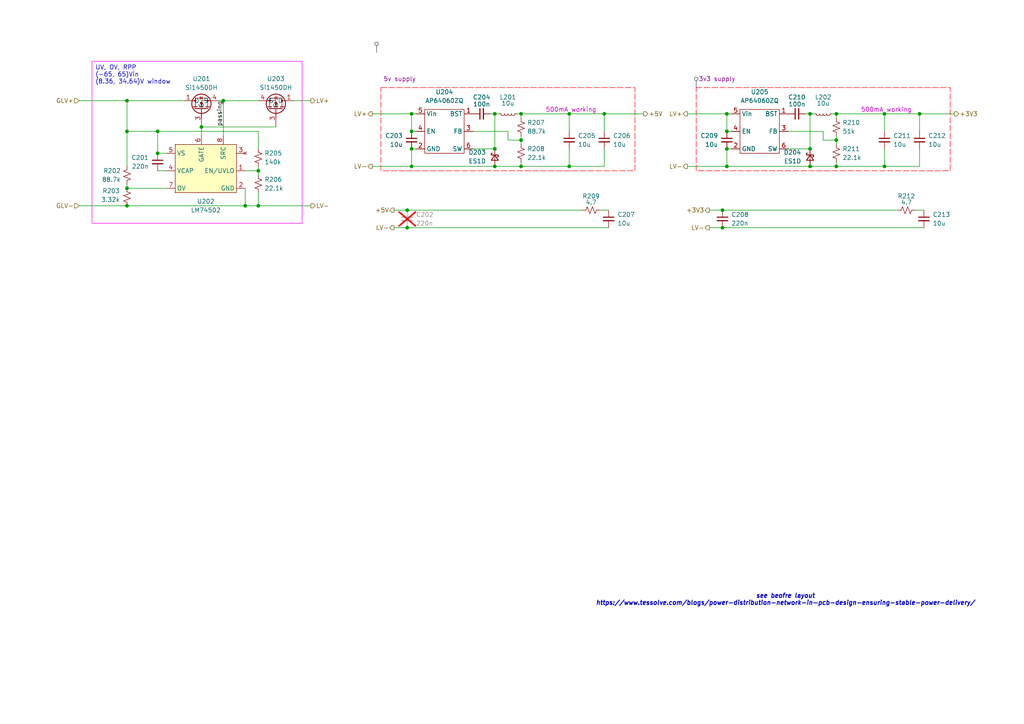
<source format=kicad_sch>
(kicad_sch (version 20250114) (generator "eeschema") (generator_version "9.0")
  (paper "A4")
  (title_block (title "BeeMS Master Board (A)") (rev "1.1") (company "UTA Racing") (comment 1 "Files at github.com/Gregification/BeeMS"))
  (lib_symbols
    (symbol "AP64060ZQ_1"
      (property "Reference" "U" (at 0.254 6.096 0))
      (property "Value" "AP64060ZQ" (at 0.508 3.81 0))
      (symbol "AP64060ZQ_1_0_1"
        (rectangle (start -5.08 2.54) (end 6.35 -10.16))
      )
      (symbol "AP64060ZQ_1_1_1"
        (pin input line (at -7.62 1.27 0) (length 2.54) (name "Vin") (number "5"))
        (pin input line (at -7.62 -3.81 0) (length 2.54) (name "EN") (number "4"))
        (pin input line (at -7.62 -8.89 0) (length 2.54) (name "GND") (number "2"))
        (pin input line (at 8.89 1.27 180) (length 2.54) (name "BST") (number "1"))
        (pin input line (at 8.89 -3.81 180) (length 2.54) (name "FB") (number "3"))
        (pin input line (at 8.89 -8.89 180) (length 2.54) (name "SW") (number "6"))
      )
    )
    (symbol "Device:C_Small" (pin_numbers (hide yes)) (pin_names (offset 0.254) (hide yes))
      (property "Reference" "C" (at 0.254 1.778 0))
      (property "Value" "C_Small" (at 0.254 -2.032 0))
      (symbol "C_Small_0_1"
        (polyline (pts (xy -1.524 0.508) (xy 1.524 0.508)) (stroke (width 0.3048)))
        (polyline (pts (xy -1.524 -0.508) (xy 1.524 -0.508)) (stroke (width 0.3302)))
      )
      (symbol "C_Small_1_1"
        (pin passive line (at 0 2.54 270) (length 2.032) (name "~") (number "1"))
        (pin passive line (at 0 -2.54 90) (length 2.032) (name "~") (number "2"))
      )
    )
    (symbol "Device:D_Schottky_Small" (pin_numbers (hide yes)) (pin_names (offset 0.254) (hide yes))
      (property "Reference" "D" (at -1.27 2.032 0))
      (property "Value" "D_Schottky_Small" (at -7.112 -2.032 0))
      (symbol "D_Schottky_Small_0_1"
        (polyline (pts (xy -1.27 0.762) (xy -1.27 1.016) (xy -0.762 1.016) (xy -0.762 -1.016) (xy -0.254 -1.016) (xy -0.254 -0.762)) (stroke (width 0.254)))
        (polyline (pts (xy -0.762 0) (xy 0.762 0)))
        (polyline (pts (xy 0.762 -1.016) (xy -0.762 0) (xy 0.762 1.016) (xy 0.762 -1.016)) (stroke (width 0.254)))
      )
      (symbol "D_Schottky_Small_1_1"
        (pin passive line (at -2.54 0 0) (length 1.778) (name "K") (number "1"))
        (pin passive line (at 2.54 0 180) (length 1.778) (name "A") (number "2"))
      )
    )
    (symbol "Device:L_Small" (pin_numbers (hide yes)) (pin_names (offset 0.254) (hide yes))
      (property "Reference" "L" (at 0.762 1.016 0))
      (property "Value" "L_Small" (at 0.762 -1.016 0))
      (symbol "L_Small_0_1"
        (arc (start 0 2.032) (mid 0.5058 1.524) (end 0 1.016))
        (arc (start 0 1.016) (mid 0.5058 0.508) (end 0 0))
        (arc (start 0 0) (mid 0.5058 -0.508) (end 0 -1.016))
        (arc (start 0 -1.016) (mid 0.5058 -1.524) (end 0 -2.032))
      )
      (symbol "L_Small_1_1"
        (pin passive line (at 0 2.54 270) (length 0.508) (name "~") (number "1"))
        (pin passive line (at 0 -2.54 90) (length 0.508) (name "~") (number "2"))
      )
    )
    (symbol "Device:R_Small_US" (pin_numbers (hide yes)) (pin_names (offset 0.254) (hide yes))
      (property "Reference" "R" (at 0.762 0.508 0))
      (property "Value" "R_Small_US" (at 0.762 -1.016 0))
      (symbol "R_Small_US_1_1"
        (polyline (pts (xy 0 1.524) (xy 1.016 1.143) (xy 0 0.762) (xy -1.016 0.381) (xy 0 0)))
        (polyline (pts (xy 0 0) (xy 1.016 -0.381) (xy 0 -0.762) (xy -1.016 -1.143) (xy 0 -1.524)))
        (pin passive line (at 0 2.54 270) (length 1.016) (name "~") (number "1"))
        (pin passive line (at 0 -2.54 90) (length 1.016) (name "~") (number "2"))
      )
    )
    (symbol "zzLocalLibrary:LM74502"
      (property "Reference" "U" (at 0 -7.366 0))
      (property "Value" "LM74502" (at 0 -2.794 0))
      (symbol "LM74502_1_1"
        (rectangle (start -8.89 7.62) (end 8.89 -6.35) (fill (type background)))
        (pin input line (at -11.43 5.08 0) (length 2.54) (name "VS") (number "5"))
        (pin input line (at -11.43 0 0) (length 2.54) (name "VCAP") (number "4"))
        (pin input line (at -11.43 -5.08 0) (length 2.54) (name "OV") (number "7"))
        (pin input line (at -1.27 10.16 270) (length 2.54) (name "GATE") (number "6"))
        (pin input line (at 5.08 10.16 270) (length 2.54) (name "SRC") (number "8"))
        (pin no_connect line (at 11.43 5.08 180) (length 2.54) (name "") (number "3"))
        (pin input line (at 11.43 0 180) (length 2.54) (name "EN/UVLO") (number "1"))
        (pin input line (at 11.43 -5.08 180) (length 2.54) (name "GND") (number "2"))
      )
    )
    (symbol "zzLocalLibrary:Si1480DH"
      (property "Reference" "U" (at 0 0 0))
      (property "Value" "Si1450DH" (at 0 0 0))
      (symbol "Si1480DH_0_1"
        (polyline (pts (xy -2.54 -3.81) (xy -1.778 -3.81)))
        (polyline (pts (xy -2.286 -5.588) (xy -1.27 -5.588)) (stroke (width 0.254)))
        (polyline (pts (xy -1.905 -6.096) (xy 1.905 -6.096)) (stroke (width 0.254)))
        (circle (center -1.778 -3.81) (radius 0.254) (fill (type outline)))
        (polyline (pts (xy -0.508 -3.556) (xy -0.381 -3.429) (xy -0.381 -2.667) (xy -0.254 -2.54)))
        (polyline (pts (xy -0.508 -5.588) (xy 0.508 -5.588)) (stroke (width 0.254)))
        (polyline (pts (xy -0.381 -3.048) (xy 0.254 -3.429) (xy 0.254 -2.667) (xy -0.381 -3.048)))
        (circle (center 0 -4.699) (radius 2.794) (stroke (width 0.254)))
        (polyline (pts (xy 0 -5.334) (xy -0.381 -4.318) (xy 0.381 -4.318) (xy 0 -5.334)) (fill (type outline)))
        (polyline (pts (xy 0 -6.096) (xy 0 -8.89)))
        (polyline (pts (xy 1.27 -5.588) (xy 2.286 -5.588)) (stroke (width 0.254)))
        (circle (center 1.778 -3.81) (radius 0.254) (fill (type outline)))
        (polyline (pts (xy 1.778 -5.588) (xy 1.778 -3.048) (xy -1.778 -3.048) (xy -1.778 -5.588)))
        (polyline (pts (xy 2.54 -3.81) (xy 0 -3.81) (xy 0 -5.588)))
      )
      (symbol "Si1480DH_1_1"
        (pin passive line (at -5.08 -3.81 0) (length 2.54) (name "D") (number "1"))
        (pin passive line (at -5.08 -3.81 0) (length 2.54) (hide yes) (name "D") (number "2"))
        (pin passive line (at -5.08 -3.81 0) (length 2.54) (hide yes) (name "D") (number "5"))
        (pin passive line (at -5.08 -3.81 0) (length 2.54) (hide yes) (name "D") (number "6"))
        (pin input line (at 0 -11.43 90) (length 5.08) (name "G") (number "3"))
        (pin passive line (at 5.08 -3.81 180) (length 2.54) (name "S") (number "4"))
      )
    )
  )
  (text "see beofre layout\nhttps://www.tessolve.com/blogs/power-distribution-network-in-pcb-design-ensuring-stable-power-delivery/" (at 227.838 173.99 0) (effects (font (size 1.27 1.27) (thickness 0.254) (bold yes) (italic yes))))
  (text "500mA working" (at 158.242 31.242 0) (effects (font (size 1.27 1.27)) (justify left top)))
  (text "500mA working" (at 249.682 31.242 0) (effects (font (size 1.27 1.27)) (justify left top)))
  (text_box "UV, OV, RPP\n(-65, 65)Vin\n(8.36, 34.64)V window" (at 26.67 17.78 0) (size 60.96 46.99) (margins 0.9525 0.9525 0.9525 0.9525) (stroke (width 0) (color 255 0 255 1)) (effects (font (size 1.27 1.27)) (justify left top)))
  (junction (at 58.42 36.83))
  (junction (at 143.51 43.18))
  (junction (at 45.72 44.45))
  (junction (at 119.38 38.1))
  (junction (at 143.51 33.02))
  (junction (at 151.13 48.26))
  (junction (at 242.57 40.64))
  (junction (at 234.95 43.18))
  (junction (at 143.51 48.26))
  (junction (at 210.82 48.26))
  (junction (at 266.7 33.02))
  (junction (at 242.57 33.02))
  (junction (at 256.54 48.26))
  (junction (at 36.83 54.61))
  (junction (at 36.83 38.1))
  (junction (at 36.83 59.69))
  (junction (at 210.82 38.1))
  (junction (at 210.82 43.18))
  (junction (at 118.11 66.04))
  (junction (at 119.38 33.02))
  (junction (at 119.38 43.18))
  (junction (at 151.13 40.64))
  (junction (at 165.1 48.26))
  (junction (at 175.26 33.02))
  (junction (at 210.82 33.02))
  (junction (at 256.54 33.02))
  (junction (at 242.57 48.26))
  (junction (at 165.1 33.02))
  (junction (at 234.95 48.26))
  (junction (at 71.12 59.69))
  (junction (at 74.93 59.69))
  (junction (at 151.13 33.02))
  (junction (at 45.72 38.1))
  (junction (at 119.38 48.26))
  (junction (at 209.55 60.96))
  (junction (at 74.93 49.53))
  (junction (at 36.83 29.21))
  (junction (at 118.11 60.96))
  (junction (at 209.55 66.04))
  (junction (at 234.95 33.02))
  (junction (at 64.77 29.21))
  (wire (pts (xy 22.86 59.69) (xy 36.83 59.69)))
  (wire (pts (xy 175.26 43.18) (xy 175.26 48.26)))
  (wire (pts (xy 74.93 49.53) (xy 74.93 50.8)))
  (wire (pts (xy 205.74 66.04) (xy 209.55 66.04)))
  (wire (pts (xy 58.42 36.83) (xy 58.42 39.37)))
  (wire (pts (xy 118.11 66.04) (xy 176.53 66.04)))
  (wire (pts (xy 205.74 60.96) (xy 209.55 60.96)))
  (wire (pts (xy 107.95 33.02) (xy 119.38 33.02)))
  (wire (pts (xy 114.3 60.96) (xy 118.11 60.96)))
  (wire (pts (xy 199.39 33.02) (xy 210.82 33.02)))
  (wire (pts (xy 63.5 29.21) (xy 64.77 29.21)))
  (wire (pts (xy 242.57 34.29) (xy 242.57 33.02)))
  (wire (pts (xy 119.38 33.02) (xy 120.65 33.02)))
  (wire (pts (xy 74.93 59.69) (xy 90.17 59.69)))
  (wire (pts (xy 234.95 33.02) (xy 236.22 33.02)))
  (wire (pts (xy 266.7 43.18) (xy 266.7 48.26)))
  (wire (pts (xy 119.38 48.26) (xy 143.51 48.26)))
  (wire (pts (xy 228.6 43.18) (xy 234.95 43.18)))
  (wire (pts (xy 45.72 38.1) (xy 45.72 44.45)))
  (wire (pts (xy 151.13 34.29) (xy 151.13 33.02)))
  (wire (pts (xy 242.57 33.02) (xy 256.54 33.02)))
  (wire (pts (xy 173.99 60.96) (xy 176.53 60.96)))
  (wire (pts (xy 256.54 33.02) (xy 266.7 33.02)))
  (wire (pts (xy 120.65 38.1) (xy 119.38 38.1)))
  (wire (pts (xy 151.13 46.99) (xy 151.13 48.26)))
  (wire (pts (xy 107.95 48.26) (xy 119.38 48.26)))
  (wire (pts (xy 151.13 33.02) (xy 165.1 33.02)))
  (wire (pts (xy 147.32 40.64) (xy 151.13 40.64)))
  (wire (pts (xy 36.83 59.69) (xy 71.12 59.69)))
  (wire (pts (xy 149.86 33.02) (xy 151.13 33.02)))
  (wire (pts (xy 71.12 49.53) (xy 74.93 49.53)))
  (wire (pts (xy 151.13 40.64) (xy 151.13 41.91)))
  (wire (pts (xy 143.51 33.02) (xy 142.24 33.02)))
  (wire (pts (xy 58.42 36.83) (xy 80.01 36.83)))
  (wire (pts (xy 165.1 48.26) (xy 165.1 43.18)))
  (wire (pts (xy 85.09 29.21) (xy 90.17 29.21)))
  (wire (pts (xy 266.7 33.02) (xy 266.7 38.1)))
  (wire (pts (xy 234.95 33.02) (xy 233.68 33.02)))
  (wire (pts (xy 45.72 38.1) (xy 36.83 38.1)))
  (wire (pts (xy 256.54 33.02) (xy 256.54 38.1)))
  (wire (pts (xy 209.55 60.96) (xy 260.35 60.96)))
  (wire (pts (xy 165.1 33.02) (xy 165.1 38.1)))
  (wire (pts (xy 71.12 59.69) (xy 71.12 54.61)))
  (wire (pts (xy 22.86 29.21) (xy 36.83 29.21)))
  (wire (pts (xy 36.83 53.34) (xy 36.83 54.61)))
  (wire (pts (xy 256.54 48.26) (xy 266.7 48.26)))
  (wire (pts (xy 151.13 48.26) (xy 165.1 48.26)))
  (wire (pts (xy 212.09 43.18) (xy 210.82 43.18)))
  (wire (pts (xy 242.57 48.26) (xy 256.54 48.26)))
  (wire (pts (xy 210.82 48.26) (xy 234.95 48.26)))
  (wire (pts (xy 265.43 60.96) (xy 267.97 60.96)))
  (wire (pts (xy 74.93 48.26) (xy 74.93 49.53)))
  (wire (pts (xy 175.26 33.02) (xy 186.69 33.02)))
  (wire (pts (xy 36.83 54.61) (xy 48.26 54.61)))
  (wire (pts (xy 266.7 33.02) (xy 276.86 33.02)))
  (wire (pts (xy 228.6 38.1) (xy 238.76 38.1)))
  (wire (pts (xy 256.54 48.26) (xy 256.54 43.18)))
  (wire (pts (xy 238.76 38.1) (xy 238.76 40.64)))
  (wire (pts (xy 238.76 40.64) (xy 242.57 40.64)))
  (wire (pts (xy 199.39 48.26) (xy 210.82 48.26)))
  (wire (pts (xy 210.82 43.18) (xy 210.82 48.26)))
  (wire (pts (xy 242.57 46.99) (xy 242.57 48.26)))
  (wire (pts (xy 137.16 43.18) (xy 143.51 43.18)))
  (wire (pts (xy 45.72 49.53) (xy 48.26 49.53)))
  (wire (pts (xy 137.16 38.1) (xy 147.32 38.1)))
  (wire (pts (xy 120.65 43.18) (xy 119.38 43.18)))
  (wire (pts (xy 165.1 33.02) (xy 175.26 33.02)))
  (wire (pts (xy 242.57 40.64) (xy 242.57 41.91)))
  (wire (pts (xy 36.83 29.21) (xy 36.83 38.1)))
  (wire (pts (xy 212.09 38.1) (xy 210.82 38.1)))
  (wire (pts (xy 143.51 33.02) (xy 144.78 33.02)))
  (wire (pts (xy 36.83 29.21) (xy 53.34 29.21)))
  (wire (pts (xy 64.77 29.21) (xy 74.93 29.21)))
  (wire (pts (xy 36.83 38.1) (xy 36.83 48.26)))
  (wire (pts (xy 241.3 33.02) (xy 242.57 33.02)))
  (wire (pts (xy 74.93 38.1) (xy 45.72 38.1)))
  (wire (pts (xy 175.26 33.02) (xy 175.26 38.1)))
  (wire (pts (xy 210.82 33.02) (xy 212.09 33.02)))
  (wire (pts (xy 210.82 38.1) (xy 210.82 33.02)))
  (wire (pts (xy 45.72 44.45) (xy 48.26 44.45)))
  (wire (pts (xy 209.55 66.04) (xy 267.97 66.04)))
  (wire (pts (xy 234.95 33.02) (xy 234.95 43.18)))
  (wire (pts (xy 119.38 43.18) (xy 119.38 48.26)))
  (wire (pts (xy 147.32 38.1) (xy 147.32 40.64)))
  (wire (pts (xy 118.11 60.96) (xy 168.91 60.96)))
  (wire (pts (xy 74.93 38.1) (xy 74.93 43.18)))
  (wire (pts (xy 151.13 39.37) (xy 151.13 40.64)))
  (wire (pts (xy 64.77 29.21) (xy 64.77 39.37)))
  (wire (pts (xy 234.95 48.26) (xy 242.57 48.26)))
  (wire (pts (xy 114.3 66.04) (xy 118.11 66.04)))
  (wire (pts (xy 165.1 48.26) (xy 175.26 48.26)))
  (wire (pts (xy 242.57 39.37) (xy 242.57 40.64)))
  (wire (pts (xy 71.12 59.69) (xy 74.93 59.69)))
  (wire (pts (xy 143.51 33.02) (xy 143.51 43.18)))
  (wire (pts (xy 143.51 48.26) (xy 151.13 48.26)))
  (wire (pts (xy 119.38 38.1) (xy 119.38 33.02)))
  (wire (pts (xy 74.93 55.88) (xy 74.93 59.69)))
  (label "passing" (at 64.77 29.21 270))
  (hierarchical_label "LV-" (shape output) (at 199.39 48.26 180))
  (hierarchical_label "LV-" (shape output) (at 114.3 66.04 180))
  (hierarchical_label "GLV-" (shape input) (at 22.86 59.69 180))
  (hierarchical_label "+3V3" (shape output) (at 205.74 60.96 180))
  (hierarchical_label "LV+" (shape output) (at 199.39 33.02 180))
  (hierarchical_label "LV+" (shape output) (at 90.17 29.21 0))
  (hierarchical_label "LV+" (shape output) (at 107.95 33.02 180))
  (hierarchical_label "GLV+" (shape input) (at 22.86 29.21 180))
  (hierarchical_label "+5V" (shape output) (at 114.3 60.96 180))
  (hierarchical_label "+3V3" (shape output) (at 276.86 33.02 0))
  (hierarchical_label "+5V" (shape output) (at 186.69 33.02 0))
  (hierarchical_label "LV-" (shape output) (at 107.95 48.26 180))
  (hierarchical_label "LV-" (shape output) (at 205.74 66.04 180))
  (hierarchical_label "LV-" (shape output) (at 90.17 59.69 0))
  (rule_area (polyline (pts (xy 201.93 25.4) (xy 275.59 25.4) (xy 275.59 49.53) (xy 201.93 49.53)) (stroke (width 0) (type dash))))
  (rule_area (polyline (pts (xy 110.49 25.4) (xy 184.15 25.4) (xy 184.15 49.53) (xy 110.49 49.53)) (stroke (width 0) (type dash))))
  (netclass_flag "" (length 2.54) (shape round) (at 201.93 25.4 0) (property "Netclass" "3v3 supply" (at 202.6285 22.86 0) (effects (justify left))) (property "Component Class" "lv buck" (at 199.39 -149.86 90) (effects (font (italic yes)))))
  (netclass_flag "" (length 2.54) (shape round) (at 109.22 15.24 0) (property "Netclass" "5v supply" (at 111.1885 22.86 0) (effects (justify left))) (property "Component Class" "lv buck" (at 106.68 -160.02 90) (effects (font (italic yes)))))
  (symbol (lib_id "Device:R_Small_US") (at 151.13 44.45 180) (unit 1)
    (property "Reference" "R208" (at 152.908 43.18 0) (effects (justify right)))
    (property "Value" "22.1k" (at 152.908 45.72 0) (effects (justify right)))
    (property "Footprint" "Resistor_SMD:R_0805_2012Metric_Pad1.20x1.40mm_HandSolder" (effects (hide yes)))
    (property "Description" "Resistor, US symbol" (effects (hide yes)))
    (property "mouser" "https://www.mouser.com/ProductDetail/YAGEO/AC0805FR-0722K1L?qs=sGAEpiMZZMvdGkrng054txZnKwhPFOhA%2Fb1BRlUBP24%3D" (effects (hide yes)))
    (property "specs" "22.1kR, 1%, 125mW, 150V, 100ppm, -55C, +155C" (effects (hide yes)))
    (property "unit x10" "0.011" (effects (hide yes)))
    (property "unit x1" "0.10" (effects (hide yes)))
  )
  (symbol (lib_id "Device:L_Small") (at 238.76 33.02 270) (unit 1)
    (property "Reference" "L202" (at 238.76 28.194 90))
    (property "Value" "10u" (at 238.76 29.972 90))
    (property "Footprint" "Inductor_SMD:L_1210_3225Metric_Pad1.42x2.65mm_HandSolder" (effects (hide yes)))
    (property "Description" "Inductor, small symbol" (effects (hide yes)))
    (property "specs" "10uH, 172mR, semi-sh , 900mA max, 900mA sat, 23MHz s-rez" (effects (hide yes)))
    (property "mouser" "https://www.mouser.com/ProductDetail/TAIYO-YUDEN/CBC3225T100KR?qs=I6KAKw0tg2xBtBHDie3dYA%3D%3D" (effects (hide yes)))
    (property "unit x10" "0.156" (effects (hide yes)))
    (property "unit x1" "0.19" (effects (hide yes)))
  )
  (symbol (lib_name "AP64060ZQ_1") (lib_id "zzLocalLibrary:AP64060ZQ") (at 219.71 34.29 0) (unit 1)
    (property "Reference" "U205" (at 220.345 26.67 0))
    (property "Value" "AP64060ZQ" (at 220.345 29.21 0))
    (property "Footprint" "Package_TO_SOT_SMD:TSOT-23-6" (effects (hide yes)))
    (property "Datasheet" "https://www.diodes.com/datasheet/download/AP64060Q_AP64060TQ_AP64060ZQ.pdf" (effects (hide yes)))
    (property "mouser" "https://www.mouser.com/ProductDetail/Diodes-Incorporated/AP64060ZQWU-7?qs=savM97goi5j31AksU5P1Gg%3D%3D" (effects (hide yes)))
    (property "unit x10" "0.325" (effects (hide yes)))
    (property "unit x1" "0.46" (effects (hide yes)))
    (property "note" "different versions have different R-divider ratios for output" (effects (hide yes)))
  )
  (symbol (lib_id "Device:C_Small") (at 118.11 63.5 0) (unit 1) (in_bom no) (on_board no) (dnp yes)
    (property "Reference" "C202" (at 120.65 62.2362 0) (effects (justify left)))
    (property "Value" "220n" (at 120.65 64.7762 0) (effects (justify left)))
    (property "Footprint" "Capacitor_SMD:C_0805_2012Metric_Pad1.18x1.45mm_HandSolder" (effects (hide yes)))
    (property "Datasheet" "https://www.mouser.com/ProductDetail/Samsung-Electro-Mechanics/CL31B224KBFNNNF?qs=sGAEpiMZZMsh%252B1woXyUXj7iNKXiFkBmw7C%252BUlKpuDJ8%3D" (effects (hide yes)))
    (property "mouser" "https://www.mouser.com/ProductDetail/Samsung-Electro-Mechanics/CL21B224KCFSFNE?qs=664zcAxDQ0l4Y1eUk6Zc1g%3D%3D" (effects (hide yes)))
    (property "specs" "100VDC, X7R, 10%, -55C, +125C, 220nF" (effects (hide yes)))
    (property "unit x10" "0.054" (effects (hide yes)))
  )
  (symbol (lib_id "Device:C_Small") (at 231.14 33.02 90) (unit 1)
    (property "Reference" "C210" (at 231.14 28.194 90))
    (property "Value" "100n" (at 231.14 30.226 90))
    (property "Footprint" "Capacitor_SMD:C_1206_3216Metric_Pad1.33x1.80mm_HandSolder" (effects (hide yes)))
    (property "mouser" "https://www.mouser.com/ProductDetail/Walsin/1206B104K201CT?qs=fIkAfuXiAQKvqIFf8la7zg%3D%3D" (effects (hide yes)))
    (property "specs" "100nF, 200VDC, X7R, 10%, -55C, +125C" (effects (hide yes)))
    (property "unit x10" "0.045" (effects (hide yes)))
    (property "unit x1" "0.11" (effects (hide yes)))
  )
  (symbol (lib_id "Device:C_Small") (at 256.54 40.64 0) (unit 1)
    (property "Reference" "C211" (at 259.08 39.3762 0) (effects (justify left)))
    (property "Value" "10u" (at 259.08 41.9162 0) (effects (justify left)))
    (property "Footprint" "Capacitor_SMD:C_1206_3216Metric_Pad1.33x1.80mm_HandSolder" (effects (hide yes)))
    (property "mouser" "https://www.mouser.com/ProductDetail/Samsung-Electro-Mechanics/CL31A106KBHNNNE?qs=sGAEpiMZZMsh%252B1woXyUXjxqcB7t9naYpzWmpMbMJIKQ%3D" (effects (hide yes)))
    (property "specs" "10uF, 50VDC, X5R, 10%, -55C, +85C" (effects (hide yes)))
    (property "unit x10" "0.07" (effects (hide yes)))
  )
  (symbol (lib_id "Device:C_Small") (at 175.26 40.64 0) (unit 1)
    (property "Reference" "C206" (at 177.8 39.3762 0) (effects (justify left)))
    (property "Value" "10u" (at 177.8 41.9162 0) (effects (justify left)))
    (property "Footprint" "Capacitor_SMD:C_1206_3216Metric_Pad1.33x1.80mm_HandSolder" (effects (hide yes)))
    (property "mouser" "https://www.mouser.com/ProductDetail/Samsung-Electro-Mechanics/CL31A106KBHNNNE?qs=sGAEpiMZZMsh%252B1woXyUXjxqcB7t9naYpzWmpMbMJIKQ%3D" (effects (hide yes)))
    (property "specs" "10uF, 50VDC, X5R, 10%, -55C, +85C" (effects (hide yes)))
    (property "unit x10" "0.07" (effects (hide yes)))
  )
  (symbol (lib_id "Device:L_Small") (at 147.32 33.02 270) (unit 1)
    (property "Reference" "L201" (at 147.32 28.194 90))
    (property "Value" "10u" (at 147.32 29.972 90))
    (property "Footprint" "Inductor_SMD:L_1210_3225Metric_Pad1.42x2.65mm_HandSolder" (effects (hide yes)))
    (property "Description" "Inductor, small symbol" (effects (hide yes)))
    (property "specs" "10uH, 172mR, semi-sh , 900mA max, 900mA sat, 23MHz s-rez" (effects (hide yes)))
    (property "mouser" "https://www.mouser.com/ProductDetail/TAIYO-YUDEN/CBC3225T100KR?qs=I6KAKw0tg2xBtBHDie3dYA%3D%3D" (effects (hide yes)))
    (property "unit x10" "0.156" (effects (hide yes)))
    (property "unit x1" "0.19" (effects (hide yes)))
  )
  (symbol (lib_id "zzLocalLibrary:Si1480DH") (at 58.42 25.4 0) (unit 1)
    (property "Reference" "U201" (at 58.42 22.86 0))
    (property "Value" "Si1450DH" (at 58.42 25.4 0))
    (property "Footprint" "Package_TO_SOT_SMD:SOT-363_SC-70-6_Handsoldering" (effects (hide yes)))
    (property "Datasheet" "https://www.vishay.com/docs/67327/si1480dh.pdf" (effects (hide yes)))
    (property "specs" "2.6A cont, 200mOhm, 100Vds, +-20Vgs, -55C, +150C" (effects (hide yes)))
    (property "mouser" "https://www.mouser.com/ProductDetail/Vishay-Siliconix/SI1480DH-T1-BE3?qs=zW32dvEIR3scWOH7DHfYCg%3D%3D" (effects (hide yes)))
    (property "unit x10" "0.274" (effects (hide yes)))
    (property "unit x1" "0.34" (effects (hide yes)))
  )
  (symbol (lib_id "Device:R_Small_US") (at 151.13 36.83 180) (unit 1)
    (property "Reference" "R207" (at 152.908 35.56 0) (effects (justify right)))
    (property "Value" "88.7k" (at 152.908 38.1 0) (effects (justify right)))
    (property "Footprint" "Resistor_SMD:R_0805_2012Metric_Pad1.20x1.40mm_HandSolder" (effects (hide yes)))
    (property "Description" "Resistor, US symbol" (effects (hide yes)))
    (property "mouser" "https://www.mouser.com/ProductDetail/YAGEO/AC0805FR-0788K7L?qs=sGAEpiMZZMvdGkrng054txZnKwhPFOhAEd4B%2FsmRVts%3D" (effects (hide yes)))
    (property "specs" "88.7kR, 125mW, 150V, 100ppm, 1%, -55C, +155C" (effects (hide yes)))
    (property "unit x10" "0.011" (effects (hide yes)))
    (property "unit x1" "0.01" (effects (hide yes)))
  )
  (symbol (lib_id "Device:C_Small") (at 266.7 40.64 0) (unit 1)
    (property "Reference" "C212" (at 269.24 39.3762 0) (effects (justify left)))
    (property "Value" "10u" (at 269.24 41.9162 0) (effects (justify left)))
    (property "Footprint" "Capacitor_SMD:C_1206_3216Metric_Pad1.33x1.80mm_HandSolder" (effects (hide yes)))
    (property "mouser" "https://www.mouser.com/ProductDetail/Samsung-Electro-Mechanics/CL31A106KBHNNNE?qs=sGAEpiMZZMsh%252B1woXyUXjxqcB7t9naYpzWmpMbMJIKQ%3D" (effects (hide yes)))
    (property "specs" "10uF, 50VDC, X5R, 10%, -55C, +85C" (effects (hide yes)))
    (property "unit x10" "0.07" (effects (hide yes)))
  )
  (symbol (lib_id "Device:R_Small_US") (at 74.93 45.72 180) (unit 1)
    (property "Reference" "R205" (at 76.708 44.45 0) (effects (justify right)))
    (property "Value" "140k" (at 76.708 46.99 0) (effects (justify right)))
    (property "Footprint" "Resistor_SMD:R_0805_2012Metric_Pad1.20x1.40mm_HandSolder" (effects (hide yes)))
    (property "Description" "Resistor, US symbol" (effects (hide yes)))
    (property "mouser" "https://www.mouser.com/ProductDetail/Vishay/CRCW0805140KFKEA?qs=sGAEpiMZZMvdGkrng054txEw7b1YnvGux3M%252BRoZPq4Q%3D" (effects (hide yes)))
    (property "specs" "140k ohm, 250mW, 150V, 1%, 100ppm, -55C, +155C" (effects (hide yes)))
    (property "unit x10" "0.026" (effects (hide yes)))
    (property "unit x1" "0.10" (effects (hide yes)))
  )
  (symbol (lib_id "Device:R_Small_US") (at 262.89 60.96 270) (unit 1)
    (property "Reference" "R212" (at 262.89 56.896 90))
    (property "Value" "4.7" (at 262.89 58.674 90))
    (property "Footprint" "Resistor_SMD:R_1206_3216Metric_Pad1.30x1.75mm_HandSolder" (effects (hide yes)))
    (property "Description" "Resistor, US symbol" (effects (hide yes)))
    (property "mouser" "https://www.mouser.com/ProductDetail/SEI-Stackpole/RPC1206JT4R70-UP?qs=sGAEpiMZZMvdGkrng054txLI%2FDB4oIKDXtdLgSWjnqmlrhSMIqpoQw%3D%3D" (effects (hide yes)))
    (property "specs" "4.7 ohm, 750mW, 500V, pulse, 5% 200ppm, -55C, +155C" (effects (hide yes)))
    (property "unit x10" "0.058" (effects (hide yes)))
    (property "unit x1" "0.24" (effects (hide yes)))
  )
  (symbol (lib_id "Device:R_Small_US") (at 171.45 60.96 270) (unit 1)
    (property "Reference" "R209" (at 171.45 56.896 90))
    (property "Value" "4.7" (at 171.45 58.674 90))
    (property "Footprint" "Resistor_SMD:R_1206_3216Metric_Pad1.30x1.75mm_HandSolder" (effects (hide yes)))
    (property "Description" "Resistor, US symbol" (effects (hide yes)))
    (property "mouser" "https://www.mouser.com/ProductDetail/SEI-Stackpole/RPC1206JT4R70-UP?qs=sGAEpiMZZMvdGkrng054txLI%2FDB4oIKDXtdLgSWjnqmlrhSMIqpoQw%3D%3D" (effects (hide yes)))
    (property "specs" "4.7 ohm, 750mW, 500V, pulse, 5% 200ppm, -55C, +155C" (effects (hide yes)))
    (property "unit x10" "0.058" (effects (hide yes)))
    (property "unit x1" "0.24" (effects (hide yes)))
  )
  (symbol (lib_id "zzLocalLibrary:LM74502") (at 59.69 49.53 0) (unit 1)
    (property "Reference" "U202" (at 59.69 58.42 0))
    (property "Value" "LM74502" (at 59.69 60.96 0))
    (property "Footprint" "Package_TO_SOT_SMD:SOT-23-8_Handsoldering" (effects (hide yes)))
    (property "Datasheet" "https://www.ti.com/lit/ds/symlink/lm74502h.pdf" (effects (hide yes)))
    (property "Description" "Low IQ High Side Switch Controller with Reverse Polarity and Overvoltage Protection" (effects (hide yes)))
    (property "mouser" "https://www.mouser.com/ProductDetail/Texas-Instruments/LM74502QDDFRQ1?qs=t7xnP681wgUL5Js0bhGeCA%3D%3D" (effects (hide yes)))
    (property "unit x1" "2.04" (effects (hide yes)))
    (property "unirt x10" "1.51" (effects (hide yes)))
  )
  (symbol (lib_id "Device:R_Small_US") (at 36.83 50.8 0) (mirror x) (unit 1)
    (property "Reference" "R202" (at 35.052 49.53 0) (effects (justify right)))
    (property "Value" "88.7k" (at 35.052 52.07 0) (effects (justify right)))
    (property "Footprint" "Resistor_SMD:R_0805_2012Metric_Pad1.20x1.40mm_HandSolder" (effects (hide yes)))
    (property "Description" "Resistor, US symbol" (effects (hide yes)))
    (property "mouser" "https://www.mouser.com/ProductDetail/YAGEO/AC0805FR-0788K7L?qs=sGAEpiMZZMvdGkrng054txZnKwhPFOhAEd4B%2FsmRVts%3D" (effects (hide yes)))
    (property "specs" "88.7kR, 125mW, 150V, 100ppm, 1%, -55C, +155C" (effects (hide yes)))
    (property "unit x10" "0.011" (effects (hide yes)))
    (property "unit x1" "0.01" (effects (hide yes)))
  )
  (symbol (lib_id "Device:C_Small") (at 267.97 63.5 0) (unit 1)
    (property "Reference" "C213" (at 270.51 62.2362 0) (effects (justify left)))
    (property "Value" "10u" (at 270.51 64.7762 0) (effects (justify left)))
    (property "Footprint" "Capacitor_SMD:C_1206_3216Metric_Pad1.33x1.80mm_HandSolder" (effects (hide yes)))
    (property "mouser" "https://www.mouser.com/ProductDetail/Samsung-Electro-Mechanics/CL31A106KBHNNNE?qs=sGAEpiMZZMsh%252B1woXyUXjxqcB7t9naYpzWmpMbMJIKQ%3D" (effects (hide yes)))
    (property "specs" "10uF, 50VDC, X5R, 10%, -55C, +85C" (effects (hide yes)))
    (property "unit x10" "0.07" (effects (hide yes)))
  )
  (symbol (lib_id "Device:C_Small") (at 139.7 33.02 90) (unit 1)
    (property "Reference" "C204" (at 139.7 28.194 90))
    (property "Value" "100n" (at 139.7 30.226 90))
    (property "Footprint" "Capacitor_SMD:C_1206_3216Metric_Pad1.33x1.80mm_HandSolder" (effects (hide yes)))
    (property "mouser" "https://www.mouser.com/ProductDetail/Walsin/1206B104K201CT?qs=fIkAfuXiAQKvqIFf8la7zg%3D%3D" (effects (hide yes)))
    (property "specs" "100nF, 200VDC, X7R, 10%, -55C, +125C" (effects (hide yes)))
    (property "unit x10" "0.045" (effects (hide yes)))
    (property "unit x1" "0.11" (effects (hide yes)))
  )
  (symbol (lib_id "Device:R_Small_US") (at 242.57 44.45 180) (unit 1)
    (property "Reference" "R211" (at 244.348 43.18 0) (effects (justify right)))
    (property "Value" "22.1k" (at 244.348 45.72 0) (effects (justify right)))
    (property "Footprint" "Resistor_SMD:R_0805_2012Metric_Pad1.20x1.40mm_HandSolder" (effects (hide yes)))
    (property "Description" "Resistor, US symbol" (effects (hide yes)))
    (property "mouser" "https://www.mouser.com/ProductDetail/YAGEO/AC0805FR-0722K1L?qs=sGAEpiMZZMvdGkrng054txZnKwhPFOhA%2Fb1BRlUBP24%3D" (effects (hide yes)))
    (property "specs" "22.1kR, 1%, 125mW, 150V, 100ppm, -55C, +155C" (effects (hide yes)))
    (property "unit x10" "0.011" (effects (hide yes)))
    (property "unit x1" "0.10" (effects (hide yes)))
  )
  (symbol (lib_id "Device:C_Small") (at 119.38 40.64 0) (mirror y) (unit 1)
    (property "Reference" "C203" (at 116.84 39.3762 0) (effects (justify left)))
    (property "Value" "10u" (at 116.84 41.9162 0) (effects (justify left)))
    (property "Footprint" "Capacitor_SMD:C_1206_3216Metric_Pad1.33x1.80mm_HandSolder" (effects (hide yes)))
    (property "mouser" "https://www.mouser.com/ProductDetail/Samsung-Electro-Mechanics/CL31A106KBHNNNE?qs=sGAEpiMZZMsh%252B1woXyUXjxqcB7t9naYpzWmpMbMJIKQ%3D" (effects (hide yes)))
    (property "specs" "10uF, 50VDC, X5R, 10%, -55C, +85C" (effects (hide yes)))
    (property "unit x10" "0.07" (effects (hide yes)))
  )
  (symbol (lib_id "Device:R_Small_US") (at 242.57 36.83 180) (unit 1)
    (property "Reference" "R210" (at 244.348 35.56 0) (effects (justify right)))
    (property "Value" "51k" (at 244.348 38.1 0) (effects (justify right)))
    (property "Footprint" "Resistor_SMD:R_0805_2012Metric_Pad1.20x1.40mm_HandSolder" (effects (hide yes)))
    (property "Description" "Resistor, US symbol" (effects (hide yes)))
    (property "mouser" "https://www.mouser.com/ProductDetail/YAGEO/RC0805FR-0751KL?qs=sGAEpiMZZMvdGkrng054t8AJgcdMkx7x7tQBjPKHhxY%3D" (effects (hide yes)))
    (property "specs" "51kR, 1%, 125mW, 150V, 100ppm, -55C, +155C" (effects (hide yes)))
    (property "unit x10" "0.008" (effects (hide yes)))
    (property "unit x1" "0.10" (effects (hide yes)))
  )
  (symbol (lib_id "Device:C_Small") (at 176.53 63.5 0) (unit 1)
    (property "Reference" "C207" (at 179.07 62.2362 0) (effects (justify left)))
    (property "Value" "10u" (at 179.07 64.7762 0) (effects (justify left)))
    (property "Footprint" "Capacitor_SMD:C_1206_3216Metric_Pad1.33x1.80mm_HandSolder" (effects (hide yes)))
    (property "mouser" "https://www.mouser.com/ProductDetail/Samsung-Electro-Mechanics/CL31A106KBHNNNE?qs=sGAEpiMZZMsh%252B1woXyUXjxqcB7t9naYpzWmpMbMJIKQ%3D" (effects (hide yes)))
    (property "specs" "10uF, 50VDC, X5R, 10%, -55C, +85C" (effects (hide yes)))
    (property "unit x10" "0.07" (effects (hide yes)))
  )
  (symbol (lib_id "Device:D_Schottky_Small") (at 234.95 45.72 90) (mirror x) (unit 1)
    (property "Reference" "D204" (at 232.41 44.1959 90) (effects (justify left)))
    (property "Value" "ES1D" (at 232.41 46.7359 90) (effects (justify left)))
    (property "Footprint" "Diode_SMD:D_SMA" (effects (hide yes)))
    (property "Description" "Schottky diode, small symbol" (effects (hide yes)))
    (property "mouser" "https://www.mouser.com/ProductDetail/onsemi-Fairchild/ES1C?qs=sGAEpiMZZMtbRapU8LlZDwxyh3P6uVi9ZaZE%252B629d7E%3D" (effects (hide yes)))
    (property "unit x10" "0.086" (effects (hide yes)))
    (property "specs" "920mVf, 150Vr, 1Aconstant, 15nSr,15Ar, 1.47W -50C, +150C" (effects (hide yes)))
    (property "unit x1" "0.10" (effects (hide yes)))
  )
  (symbol (lib_id "Device:D_Schottky_Small") (at 143.51 45.72 90) (mirror x) (unit 1)
    (property "Reference" "D203" (at 140.97 44.1959 90) (effects (justify left)))
    (property "Value" "ES1D" (at 140.97 46.7359 90) (effects (justify left)))
    (property "Footprint" "Diode_SMD:D_SMA" (effects (hide yes)))
    (property "Description" "Schottky diode, small symbol" (effects (hide yes)))
    (property "mouser" "https://www.mouser.com/ProductDetail/onsemi-Fairchild/ES1C?qs=sGAEpiMZZMtbRapU8LlZDwxyh3P6uVi9ZaZE%252B629d7E%3D" (effects (hide yes)))
    (property "unit x10" "0.086" (effects (hide yes)))
    (property "specs" "920mVf, 150Vr, 1Aconstant, 15nSr,15Ar, 1.47W -50C, +150C" (effects (hide yes)))
    (property "unit x1" "0.10" (effects (hide yes)))
  )
  (symbol (lib_id "Device:R_Small_US") (at 74.93 53.34 180) (unit 1)
    (property "Reference" "R206" (at 76.708 52.07 0) (effects (justify right)))
    (property "Value" "22.1k" (at 76.708 54.61 0) (effects (justify right)))
    (property "Footprint" "Resistor_SMD:R_0805_2012Metric_Pad1.20x1.40mm_HandSolder" (effects (hide yes)))
    (property "Description" "Resistor, US symbol" (effects (hide yes)))
    (property "mouser" "https://www.mouser.com/ProductDetail/YAGEO/AC0805FR-0722K1L?qs=sGAEpiMZZMvdGkrng054txZnKwhPFOhA%2Fb1BRlUBP24%3D" (effects (hide yes)))
    (property "specs" "22.1kR, 1%, 125mW, 150V, 100ppm, -55C, +155C" (effects (hide yes)))
    (property "unit x10" "0.011" (effects (hide yes)))
    (property "unit x1" "0.10" (effects (hide yes)))
  )
  (symbol (lib_name "AP64060ZQ_1") (lib_id "zzLocalLibrary:AP64060ZQ") (at 128.27 34.29 0) (unit 1)
    (property "Reference" "U204" (at 128.905 26.67 0))
    (property "Value" "AP64060ZQ" (at 128.905 29.21 0))
    (property "Footprint" "Package_TO_SOT_SMD:TSOT-23-6" (effects (hide yes)))
    (property "Datasheet" "https://www.diodes.com/datasheet/download/AP64060Q_AP64060TQ_AP64060ZQ.pdf" (effects (hide yes)))
    (property "mouser" "https://www.mouser.com/ProductDetail/Diodes-Incorporated/AP64060ZQWU-7?qs=savM97goi5j31AksU5P1Gg%3D%3D" (effects (hide yes)))
    (property "unit x10" "0.325" (effects (hide yes)))
    (property "unit x1" "0.46" (effects (hide yes)))
    (property "note" "different versions have different R-divider ratios for output" (effects (hide yes)))
  )
  (symbol (lib_id "Device:C_Small") (at 210.82 40.64 0) (mirror y) (unit 1)
    (property "Reference" "C209" (at 208.28 39.3762 0) (effects (justify left)))
    (property "Value" "10u" (at 208.28 41.9162 0) (effects (justify left)))
    (property "Footprint" "Capacitor_SMD:C_1206_3216Metric_Pad1.33x1.80mm_HandSolder" (effects (hide yes)))
    (property "mouser" "https://www.mouser.com/ProductDetail/Samsung-Electro-Mechanics/CL31A106KBHNNNE?qs=sGAEpiMZZMsh%252B1woXyUXjxqcB7t9naYpzWmpMbMJIKQ%3D" (effects (hide yes)))
    (property "specs" "10uF, 50VDC, X5R, 10%, -55C, +85C" (effects (hide yes)))
    (property "unit x10" "0.07" (effects (hide yes)))
  )
  (symbol (lib_id "Device:C_Small") (at 45.72 46.99 0) (mirror y) (unit 1)
    (property "Reference" "C201" (at 43.18 45.7262 0) (effects (justify left)))
    (property "Value" "220n" (at 43.18 48.2662 0) (effects (justify left)))
    (property "Footprint" "Capacitor_SMD:C_0805_2012Metric_Pad1.18x1.45mm_HandSolder" (effects (hide yes)))
    (property "Datasheet" "https://www.mouser.com/ProductDetail/Samsung-Electro-Mechanics/CL31B224KBFNNNF?qs=sGAEpiMZZMsh%252B1woXyUXj7iNKXiFkBmw7C%252BUlKpuDJ8%3D" (effects (hide yes)))
    (property "mouser" "https://www.mouser.com/ProductDetail/Samsung-Electro-Mechanics/CL21B224KCFSFNE?qs=664zcAxDQ0l4Y1eUk6Zc1g%3D%3D" (effects (hide yes)))
    (property "specs" "100VDC, X7R, 10%, -55C, +125C, 220nF" (effects (hide yes)))
    (property "unit x10" "0.054" (effects (hide yes)))
    (property "unit x1" "0.054" (effects (hide yes)))
  )
  (symbol (lib_id "Device:C_Small") (at 165.1 40.64 0) (unit 1)
    (property "Reference" "C205" (at 167.64 39.3762 0) (effects (justify left)))
    (property "Value" "10u" (at 167.64 41.9162 0) (effects (justify left)))
    (property "Footprint" "Capacitor_SMD:C_1206_3216Metric_Pad1.33x1.80mm_HandSolder" (effects (hide yes)))
    (property "mouser" "https://www.mouser.com/ProductDetail/Samsung-Electro-Mechanics/CL31A106KBHNNNE?qs=sGAEpiMZZMsh%252B1woXyUXjxqcB7t9naYpzWmpMbMJIKQ%3D" (effects (hide yes)))
    (property "specs" "10uF, 50VDC, X5R, 10%, -55C, +85C" (effects (hide yes)))
    (property "unit x10" "0.07" (effects (hide yes)))
  )
  (symbol (lib_id "Device:R_Small_US") (at 36.83 57.15 180) (unit 1)
    (property "Reference" "R203" (at 34.798 55.372 0) (effects (justify left)))
    (property "Value" "3.32k" (at 34.798 57.912 0) (effects (justify left)))
    (property "Footprint" "Resistor_SMD:R_0805_2012Metric_Pad1.20x1.40mm_HandSolder" (effects (hide yes)))
    (property "Description" "Resistor, US symbol" (effects (hide yes)))
    (property "mouser" "https://www.mouser.com/ProductDetail/Walsin/WR08X3321FTL?qs=sGAEpiMZZMvdGkrng054twKDKoBh%252BscnhzVUopLjNIsmzZlnTa4U1w%3D%3D" (effects (hide yes)))
    (property "specs" "3.32kOhm, 1%, 150V, 125mW, 100ppm, -55C, 155C" (effects (hide yes)))
    (property "unit x1" "0.10" (effects (hide yes)))
    (property "unit x10" "0.019" (effects (hide yes)))
  )
  (symbol (lib_id "zzLocalLibrary:Si1480DH") (at 80.01 25.4 0) (mirror y) (unit 1)
    (property "Reference" "U203" (at 80.01 22.86 0))
    (property "Value" "Si1450DH" (at 80.01 25.4 0))
    (property "Footprint" "Package_TO_SOT_SMD:SOT-363_SC-70-6_Handsoldering" (effects (hide yes)))
    (property "Datasheet" "https://www.vishay.com/docs/67327/si1480dh.pdf" (effects (hide yes)))
    (property "specs" "2.6A cont, 200mOhm, 100Vds, +-20Vgs, -55C, +150C" (effects (hide yes)))
    (property "mouser" "https://www.mouser.com/ProductDetail/Vishay-Siliconix/SI1480DH-T1-BE3?qs=zW32dvEIR3scWOH7DHfYCg%3D%3D" (effects (hide yes)))
    (property "unit x10" "0.274" (effects (hide yes)))
    (property "unit x1" "0.34" (effects (hide yes)))
  )
  (symbol (lib_id "Device:C_Small") (at 209.55 63.5 0) (unit 1)
    (property "Reference" "C208" (at 212.09 62.2362 0) (effects (justify left)))
    (property "Value" "220n" (at 212.09 64.7762 0) (effects (justify left)))
    (property "Footprint" "Capacitor_SMD:C_0805_2012Metric_Pad1.18x1.45mm_HandSolder" (effects (hide yes)))
    (property "Datasheet" "https://www.mouser.com/ProductDetail/Samsung-Electro-Mechanics/CL31B224KBFNNNF?qs=sGAEpiMZZMsh%252B1woXyUXj7iNKXiFkBmw7C%252BUlKpuDJ8%3D" (effects (hide yes)))
    (property "mouser" "https://www.mouser.com/ProductDetail/Samsung-Electro-Mechanics/CL21B224KCFSFNE?qs=664zcAxDQ0l4Y1eUk6Zc1g%3D%3D" (effects (hide yes)))
    (property "specs" "100VDC, X7R, 10%, -55C, +125C, 220nF" (effects (hide yes)))
    (property "unit x10" "0.054" (effects (hide yes)))
  )
)
</source>
